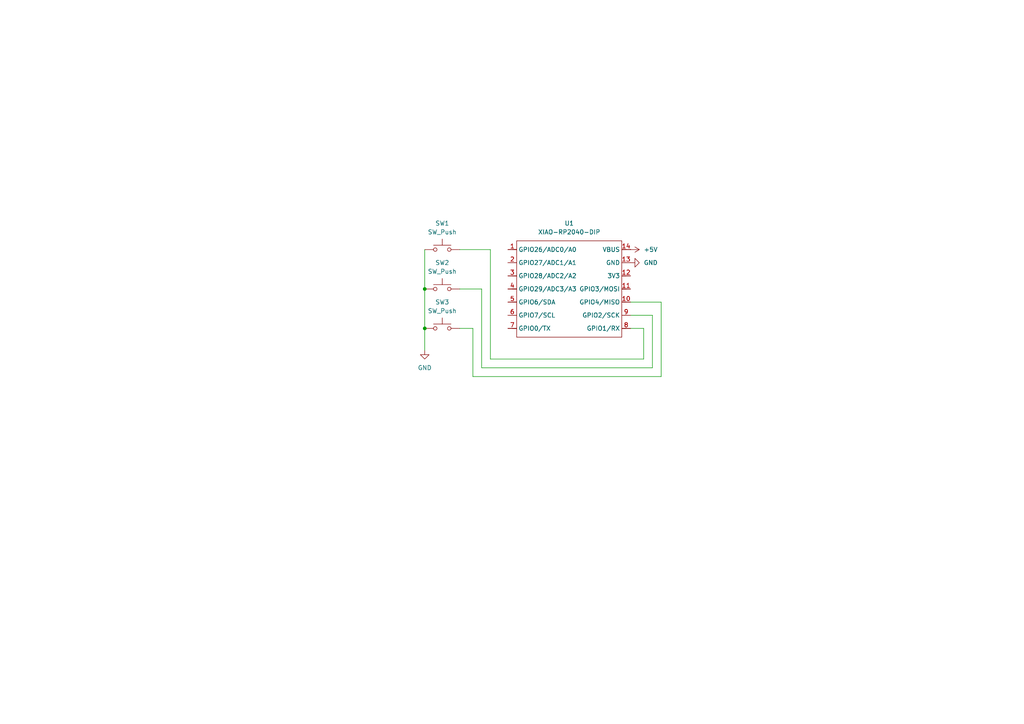
<source format=kicad_sch>
(kicad_sch (version 20231120) (generator "eeschema") (generator_version "8.0")
  (paper "A4")
  (lib_symbols
    (symbol "OPL:XIAO-RP2040-DIP"
      (property "Reference" "U" (at 0 0 0))
      (property "Value" "XIAO-RP2040-DIP" (at 5.334 -1.778 0))
      (symbol "XIAO-RP2040-DIP_1_0"
        (polyline (pts (xy -1.27 -30.48) (xy -1.27 -16.51)) (stroke (width 0.1524)))
        (polyline (pts (xy -1.27 -27.94) (xy -2.54 -27.94)) (stroke (width 0.1524)))
        (polyline (pts (xy -1.27 -24.13) (xy -2.54 -24.13)) (stroke (width 0.1524)))
        (polyline (pts (xy -1.27 -20.32) (xy -2.54 -20.32)) (stroke (width 0.1524)))
        (polyline (pts (xy -1.27 -16.51) (xy -2.54 -16.51)) (stroke (width 0.1524)))
        (polyline (pts (xy -1.27 -16.51) (xy -1.27 -12.7)) (stroke (width 0.1524)))
        (polyline (pts (xy -1.27 -12.7) (xy -2.54 -12.7)) (stroke (width 0.1524)))
        (polyline (pts (xy -1.27 -12.7) (xy -1.27 -8.89)) (stroke (width 0.1524)))
        (polyline (pts (xy -1.27 -8.89) (xy -2.54 -8.89)) (stroke (width 0.1524)))
        (polyline (pts (xy -1.27 -8.89) (xy -1.27 -5.08)) (stroke (width 0.1524)))
        (polyline (pts (xy -1.27 -5.08) (xy -2.54 -5.08)) (stroke (width 0.1524)))
        (polyline (pts (xy -1.27 -5.08) (xy -1.27 -2.54)) (stroke (width 0.1524)))
        (polyline (pts (xy -1.27 -2.54) (xy 29.21 -2.54)) (stroke (width 0.1524)))
        (polyline (pts (xy 29.21 -30.48) (xy -1.27 -30.48)) (stroke (width 0.1524)))
        (polyline (pts (xy 29.21 -12.7) (xy 29.21 -30.48)) (stroke (width 0.1524)))
        (polyline (pts (xy 29.21 -8.89) (xy 29.21 -12.7)) (stroke (width 0.1524)))
        (polyline (pts (xy 29.21 -5.08) (xy 29.21 -8.89)) (stroke (width 0.1524)))
        (polyline (pts (xy 29.21 -2.54) (xy 29.21 -5.08)) (stroke (width 0.1524)))
        (polyline (pts (xy 30.48 -27.94) (xy 29.21 -27.94)) (stroke (width 0.1524)))
        (polyline (pts (xy 30.48 -24.13) (xy 29.21 -24.13)) (stroke (width 0.1524)))
        (polyline (pts (xy 30.48 -20.32) (xy 29.21 -20.32)) (stroke (width 0.1524)))
        (polyline (pts (xy 30.48 -16.51) (xy 29.21 -16.51)) (stroke (width 0.1524)))
        (polyline (pts (xy 30.48 -12.7) (xy 29.21 -12.7)) (stroke (width 0.1524)))
        (polyline (pts (xy 30.48 -8.89) (xy 29.21 -8.89)) (stroke (width 0.1524)))
        (polyline (pts (xy 30.48 -5.08) (xy 29.21 -5.08)) (stroke (width 0.1524)))
        (pin passive line (at -3.81 -5.08 0) (length 2.54) (name "GPIO26/ADC0/A0") (number "1"))
        (pin passive line (at 31.75 -20.32 180) (length 2.54) (name "GPIO4/MISO") (number "10"))
        (pin passive line (at 31.75 -16.51 180) (length 2.54) (name "GPIO3/MOSI") (number "11"))
        (pin passive line (at 31.75 -12.7 180) (length 2.54) (name "3V3") (number "12"))
        (pin passive line (at 31.75 -8.89 180) (length 2.54) (name "GND") (number "13"))
        (pin passive line (at 31.75 -5.08 180) (length 2.54) (name "VBUS") (number "14"))
        (pin passive line (at -3.81 -8.89 0) (length 2.54) (name "GPIO27/ADC1/A1") (number "2"))
        (pin passive line (at -3.81 -12.7 0) (length 2.54) (name "GPIO28/ADC2/A2") (number "3"))
        (pin passive line (at -3.81 -16.51 0) (length 2.54) (name "GPIO29/ADC3/A3") (number "4"))
        (pin passive line (at -3.81 -20.32 0) (length 2.54) (name "GPIO6/SDA") (number "5"))
        (pin passive line (at -3.81 -24.13 0) (length 2.54) (name "GPIO7/SCL") (number "6"))
        (pin passive line (at -3.81 -27.94 0) (length 2.54) (name "GPIO0/TX") (number "7"))
        (pin passive line (at 31.75 -27.94 180) (length 2.54) (name "GPIO1/RX") (number "8"))
        (pin passive line (at 31.75 -24.13 180) (length 2.54) (name "GPIO2/SCK") (number "9"))
      )
    )
    (symbol "Switch:SW_Push" (pin_numbers hide) (pin_names (offset 1.016) hide)
      (property "Reference" "SW" (at 1.27 2.54 0))
      (property "Value" "SW_Push" (at 0 -1.524 0))
      (symbol "SW_Push_0_1"
        (circle (center -2.032 0) (radius 0.508))
        (polyline (pts (xy 0 1.27) (xy 0 3.048)))
        (polyline (pts (xy 2.54 1.27) (xy -2.54 1.27)))
        (circle (center 2.032 0) (radius 0.508))
        (pin passive line (at -5.08 0 0) (length 2.54) (name "1") (number "1"))
        (pin passive line (at 5.08 0 180) (length 2.54) (name "2") (number "2"))
      )
    )
    (symbol "power:+5V" (power) (pin_numbers hide) (pin_names (offset 0) hide)
      (property "Value" "+5V" (at 0 3.556 0))
      (symbol "+5V_0_1"
        (polyline (pts (xy -0.762 1.27) (xy 0 2.54)))
        (polyline (pts (xy 0 0) (xy 0 2.54)))
        (polyline (pts (xy 0 2.54) (xy 0.762 1.27)))
      )
      (symbol "+5V_1_1"
        (pin power_in line (at 0 0 90) (length 0) (name "~") (number "1"))
      )
    )
    (symbol "power:GND" (power) (pin_numbers hide) (pin_names (offset 0) hide)
      (property "Value" "GND" (at 0 -3.81 0))
      (symbol "GND_0_1"
        (polyline (pts (xy 0 0) (xy 0 -1.27) (xy 1.27 -1.27) (xy 0 -2.54) (xy -1.27 -1.27) (xy 0 -1.27)))
      )
      (symbol "GND_1_1"
        (pin power_in line (at 0 0 270) (length 0) (name "~") (number "1"))
      )
    )
  )
  (junction (at 123.19 83.82))
  (junction (at 123.19 95.25))
  (wire (pts (xy 191.77 109.22) (xy 137.16 109.22)))
  (wire (pts (xy 123.19 72.39) (xy 123.19 83.82)))
  (wire (pts (xy 182.88 95.25) (xy 186.69 95.25)))
  (wire (pts (xy 189.23 106.68) (xy 139.7 106.68)))
  (wire (pts (xy 186.69 95.25) (xy 186.69 104.14)))
  (wire (pts (xy 182.88 91.44) (xy 189.23 91.44)))
  (wire (pts (xy 133.35 95.25) (xy 137.16 95.25)))
  (wire (pts (xy 139.7 106.68) (xy 139.7 83.82)))
  (wire (pts (xy 142.24 72.39) (xy 133.35 72.39)))
  (wire (pts (xy 189.23 91.44) (xy 189.23 106.68)))
  (wire (pts (xy 123.19 95.25) (xy 123.19 101.6)))
  (wire (pts (xy 186.69 104.14) (xy 142.24 104.14)))
  (wire (pts (xy 137.16 109.22) (xy 137.16 95.25)))
  (wire (pts (xy 139.7 83.82) (xy 133.35 83.82)))
  (wire (pts (xy 142.24 104.14) (xy 142.24 72.39)))
  (wire (pts (xy 182.88 87.63) (xy 191.77 87.63)))
  (wire (pts (xy 191.77 87.63) (xy 191.77 109.22)))
  (wire (pts (xy 123.19 83.82) (xy 123.19 95.25)))
  (symbol (lib_id "power:+5V") (at 182.88 72.39 270) (unit 1)
    (property "Reference" "#PWR03" (effects (hide yes)))
    (property "Value" "+5V" (at 186.69 72.3899 90) (effects (justify left)))
    (property "Description" "Power symbol creates a global label with name \"+5V\"" (effects (hide yes)))
  )
  (symbol (lib_id "OPL:XIAO-RP2040-DIP") (at 151.13 67.31 0) (unit 1)
    (property "Reference" "U1" (at 165.1 64.77 0))
    (property "Value" "XIAO-RP2040-DIP" (at 165.1 67.31 0))
    (property "Footprint" "OPL:XIAO-RP2040-DIP" (effects (hide yes)))
  )
  (symbol (lib_id "power:GND") (at 123.19 101.6 0) (unit 1)
    (property "Reference" "#PWR01" (effects (hide yes)))
    (property "Value" "GND" (at 123.19 106.68 0))
    (property "Description" "Power symbol creates a global label with name \"GND\" , ground" (effects (hide yes)))
  )
  (symbol (lib_id "Switch:SW_Push") (at 128.27 72.39 0) (unit 1)
    (property "Reference" "SW1" (at 128.27 64.77 0))
    (property "Value" "SW_Push" (at 128.27 67.31 0))
    (property "Footprint" "Button_Switch_Keyboard:SW_Cherry_MX_1.00u_PCB" (effects (hide yes)))
    (property "Description" "Push button switch, generic, two pins" (effects (hide yes)))
  )
  (symbol (lib_id "Switch:SW_Push") (at 128.27 95.25 0) (unit 1)
    (property "Reference" "SW3" (at 128.27 87.63 0))
    (property "Value" "SW_Push" (at 128.27 90.17 0))
    (property "Footprint" "Button_Switch_Keyboard:SW_Cherry_MX_1.00u_PCB" (effects (hide yes)))
    (property "Description" "Push button switch, generic, two pins" (effects (hide yes)))
  )
  (symbol (lib_id "Switch:SW_Push") (at 128.27 83.82 0) (unit 1)
    (property "Reference" "SW2" (at 128.27 76.2 0))
    (property "Value" "SW_Push" (at 128.27 78.74 0))
    (property "Footprint" "Button_Switch_Keyboard:SW_Cherry_MX_1.00u_PCB" (effects (hide yes)))
    (property "Description" "Push button switch, generic, two pins" (effects (hide yes)))
  )
  (symbol (lib_id "power:GND") (at 182.88 76.2 90) (unit 1)
    (property "Reference" "#PWR02" (effects (hide yes)))
    (property "Value" "GND" (at 186.69 76.1999 90) (effects (justify right)))
    (property "Description" "Power symbol creates a global label with name \"GND\" , ground" (effects (hide yes)))
  )
)
</source>
